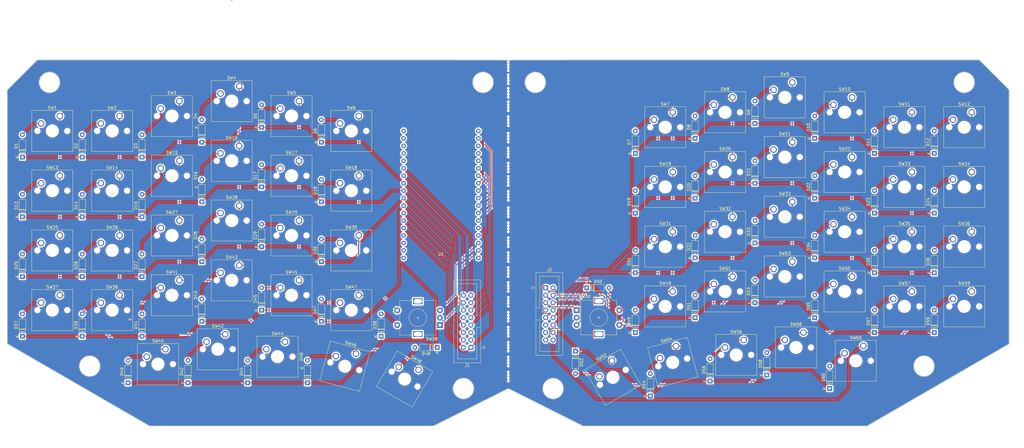
<source format=kicad_pcb>
(kicad_pcb (version 20221018) (generator pcbnew)
  (layers (0 "F.Cu" signal) (31 "B.Cu" signal) (34 "B.Paste" user) (35 "F.Paste" user) (36 "B.SilkS" user "B.Silkscreen") (37 "F.SilkS" user "F.Silkscreen") (38 "B.Mask" user) (39 "F.Mask" user) (44 "Edge.Cuts" user))
  (net 0 "")
  (net 1 "row0")
  (net 2 "Net-(D1-A)")
  (net 3 "Net-(D2-A)")
  (net 4 "Net-(D3-A)")
  (net 5 "Net-(D4-A)")
  (net 6 "Net-(D5-A)")
  (net 7 "Net-(D6-A)")
  (net 8 "row0connright")
  (net 9 "Net-(D7-A)")
  (net 10 "Net-(D8-A)")
  (net 11 "Net-(D9-A)")
  (net 12 "Net-(D10-A)")
  (net 13 "Net-(D11-A)")
  (net 14 "Net-(D12-A)")
  (net 15 "row1")
  (net 16 "Net-(D13-A)")
  (net 17 "Net-(D14-A)")
  (net 18 "Net-(D15-A)")
  (net 19 "Net-(D16-A)")
  (net 20 "Net-(D17-A)")
  (net 21 "Net-(D18-A)")
  (net 22 "row1connright")
  (net 23 "Net-(D19-A)")
  (net 24 "Net-(D20-A)")
  (net 25 "Net-(D21-A)")
  (net 26 "Net-(D22-A)")
  (net 27 "Net-(D23-A)")
  (net 28 "Net-(D24-A)")
  (net 29 "row2")
  (net 30 "Net-(D25-A)")
  (net 31 "Net-(D26-A)")
  (net 32 "Net-(D27-A)")
  (net 33 "Net-(D28-A)")
  (net 34 "Net-(D29-A)")
  (net 35 "Net-(D30-A)")
  (net 36 "row2connright")
  (net 37 "Net-(D31-A)")
  (net 38 "Net-(D32-A)")
  (net 39 "Net-(D33-A)")
  (net 40 "Net-(D34-A)")
  (net 41 "Net-(D35-A)")
  (net 42 "Net-(D36-A)")
  (net 43 "row3")
  (net 44 "Net-(D37-A)")
  (net 45 "row4")
  (net 46 "Rot1B")
  (net 47 "Net-(D39-A)")
  (net 48 "Net-(D40-A)")
  (net 49 "Net-(D41-A)")
  (net 50 "Net-(D42-A)")
  (net 51 "Net-(D43-A)")
  (net 52 "Net-(D44-A)")
  (net 53 "Net-(D45-A)")
  (net 54 "Net-(D46-A)")
  (net 55 "Net-(D47-A)")
  (net 56 "Net-(D48-A)")
  (net 57 "row3connright")
  (net 58 "Net-(D49-A)")
  (net 59 "row4connright")
  (net 60 "Rot2B")
  (net 61 "Net-(D51-A)")
  (net 62 "Net-(D52-A)")
  (net 63 "Net-(D53-A)")
  (net 64 "Net-(D54-A)")
  (net 65 "Net-(D55-A)")
  (net 66 "Net-(D56-A)")
  (net 67 "Net-(D57-A)")
  (net 68 "Net-(D58-A)")
  (net 69 "Net-(D59-A)")
  (net 70 "Net-(D60-A)")
  (net 71 "col6connleft")
  (net 72 "col7connleft")
  (net 73 "col8connleft")
  (net 74 "col9connleft")
  (net 75 "col10connleft")
  (net 76 "col11connleft")
  (net 77 "Rot2EncAConnLeft")
  (net 78 "Rot2A")
  (net 79 "col7connright")
  (net 80 "col8connright")
  (net 81 "col9connright")
  (net 82 "col10connright")
  (net 83 "col11connright")
  (net 84 "Rot2EncAConnRight")
  (net 85 "Rot2EncBConnRight")
  (net 86 "VCC")
  (net 87 "Rot1A")
  (net 88 "col1")
  (net 89 "col2")
  (net 90 "col3")
  (net 91 "col4")
  (net 92 "Rot1EncA")
  (net 93 "Rot1EncB")
  (net 101 "Rot2EncA")
  (net 102 "col0")
  (net 111 "GNDJump")
  (net 112 "GndMain")
  (footprint "Diode_THT:D_DO-35_SOD27_P7.62mm_Horizontal" (layer "F.Cu") (at 337.82 113.03 90)
    (fp_text reference "D59")
    (fp_text value "1N4148")
  )
  (footprint "Diode_THT:D_DO-35_SOD27_P7.62mm_Horizontal" (layer "F.Cu") (at 48.26 53.34 90)
    (fp_text reference "D2")
    (fp_text value "1N4148")
  )
  (footprint "Diode_THT:D_DO-35_SOD27_P7.62mm_Horizontal" (layer "F.Cu") (at 48.26 114.3 90)
    (fp_text reference "D39")
    (fp_text value "1N4148")
  )
  (footprint "MouseBites:mouse-bite-long" (layer "F.Cu") (at 190.5 52.281341 90)
    (fp_text reference "mouse-bite-5mm-slot" hide)
    (fp_text value "VAL**" hide)
  )
  (footprint "Button_Switch_Keyboard:SW_Cherry_MX_1.00u_PCB" (layer "F.Cu") (at 248.92 99.06)
    (fp_text reference "SW49")
    (fp_text value "SW_Push")
  )
  (footprint "Button_Switch_Keyboard:SW_Cherry_MX_1.00u_PCB" (layer "F.Cu") (at 350.52 58.42)
    (fp_text reference "SW24")
    (fp_text value "SW_Push")
  )
  (footprint "Button_Switch_Keyboard:SW_Cherry_MX_1.00u_PCB" (layer "F.Cu") (at 81.28 74.93)
    (fp_text reference "SW27")
    (fp_text value "SW_Push")
  )
  (footprint "MouseBites:mouse-bite-long" (layer "F.Cu") (at 190.5 128.481341 90)
    (fp_text reference "mouse-bite-5mm-slot" hide)
    (fp_text value "VAL**" hide)
  )
  (footprint "Button_Switch_Keyboard:SW_Cherry_MX_1.00u_PCB" (layer "F.Cu") (at 101.6 29.21)
    (fp_text reference "SW4")
    (fp_text value "SW_Push")
  )
  (footprint "Button_Switch_Keyboard:SW_Cherry_MX_1.00u_PCB" (layer "F.Cu") (at 309.88 73.66)
    (fp_text reference "SW34")
    (fp_text value "SW_Push")
  )
  (footprint "Button_Switch_Keyboard:SW_Cherry_MX_1.00u_PCB" (layer "F.Cu") (at 81.28 34.29)
    (fp_text reference "SW3")
    (fp_text value "SW_Push")
  )
  (footprint "Diode_THT:D_DO-35_SOD27_P7.62mm_Horizontal" (layer "F.Cu") (at 215.9 119.38 -90)
    (fp_text reference "D52")
    (fp_text value "1N4148")
  )
  (footprint "Button_Switch_Keyboard:SW_Cherry_MX_1.00u_PCB" (layer "F.Cu") (at 40.64 59.69)
    (fp_text reference "SW13")
    (fp_text value "SW_Push")
  )
  (footprint "Button_Switch_Keyboard:SW_Cherry_MX_1.00u_PCB" (layer "F.Cu") (at 60.96 80.01)
    (fp_text reference "SW26")
    (fp_text value "SW_Push")
  )
  (footprint "Button_Switch_Keyboard:SW_Cherry_MX_1.00u_PCB" (layer "F.Cu") (at 162.56 125.73 -30)
    (fp_text reference "SW48")
    (fp_text value "SW_Push")
  )
  (footprint "Diode_THT:D_DO-35_SOD27_P7.62mm_Horizontal" (layer "F.Cu") (at 337.82 52.07 90)
    (fp_text reference "D12")
    (fp_text value "1N4148")
  )
  (footprint "Diode_THT:D_DO-35_SOD27_P7.62mm_Horizontal" (layer "F.Cu") (at 280.874943 127.469595 90)
    (fp_text reference "D58")
    (fp_text value "1N4148")
  )
  (footprint "Button_Switch_Keyboard:SW_Cherry_MX_1.00u_PCB" (layer "F.Cu") (at 269.24 33.02)
    (fp_text reference "SW8")
    (fp_text value "SW_Push")
  )
  (footprint "Button_Switch_Keyboard:SW_Cherry_MX_1.00u_PCB" (layer "F.Cu") (at 330.2 38.1)
    (fp_text reference "SW11")
    (fp_text value "SW_Push")
  )
  (footprint "Connector_IDC:IDC-Header_2x08_P2.54mm_Vertical" (layer "F.Cu") (at 205.74 97.79)
    (fp_text reference "J2")
    (fp_text value "ConnRight")
  )
  (footprint "Diode_THT:D_DO-35_SOD27_P7.62mm_Horizontal" (layer "F.Cu") (at 149.86 114.3 90)
    (fp_text reference "D38")
    (fp_text value "1N4148")
  )
  (footprint "Button_Switch_Keyboard:SW_Cherry_MX_1.00u_PCB" (layer "F.Cu") (at 142.24 80.01)
    (fp_text reference "SW30")
    (fp_text value "SW_Push")
  )
  (footprint "Button_Switch_Keyboard:SW_Cherry_MX_1.00u_PCB" (layer "F.Cu") (at 269.24 53.34)
    (fp_text reference "SW20")
    (fp_text value "SW_Push")
  )
  (footprint "MouseBites:mouse-bite-long" (layer "F.Cu") (at 190.5 67.014796 90)
    (fp_text reference "mouse-bite-5mm-slot" hide)
    (fp_text value "VAL**" hide)
  )
  (footprint "Diode_THT:D_DO-35_SOD27_P7.62mm_Horizontal" (layer "F.Cu") (at 129.54 48.26 90)
    (fp_text reference "D6")
    (fp_text value "1N4148")
  )
  (footprint "Diode_THT:D_DO-35_SOD27_P7.62mm_Horizontal" (layer "F.Cu") (at 27.94 53.34 90)
    (fp_text reference "D1")
    (fp_text value "1N4148")
  )
  (footprint "MouseBites:mouse-bite-long" (layer "F.Cu") (at 190.5 87.841341 90)
    (fp_text reference "mouse-bite-5mm-slot" hide)
    (fp_text value "VAL**" hide)
  )
  (footprint "MouseBites:mouse-bite-long" (layer "F.Cu") (at 190.5 61.934796 90)
    (fp_text reference "mouse-bite-5mm-slot" hide)
    (fp_text value "VAL**" hide)
  )
  (footprint "Diode_THT:D_DO-35_SOD27_P7.62mm_Horizontal" (layer "F.Cu") (at 256.54 46.99 90)
    (fp_text reference "D8")
    (fp_text value "1N4148")
  )
  (footprint "Diode_THT:D_DO-35_SOD27_P7.62mm_Horizontal" (layer "F.Cu") (at 129.54 109.22 90)
    (fp_text reference "D47")
    (fp_text value "1N4148")
  )
  (footprint "Button_Switch_Keyboard:SW_Cherry_MX_1.00u_PCB" (layer "F.Cu") (at 350.52 78.74)
    (fp_text reference "SW36")
    (fp_text value "SW_Push")
  )
  (footprint "Button_Switch_Keyboard:SW_Cherry_MX_1.00u_PCB" (layer "F.Cu") (at 330.2 78.74)
    (fp_text reference "SW35")
    (fp_text value "SW_Push")
  )
  (footprint "MouseBites:mouse-bite-long" (layer "F.Cu") (at 190.5 103.081341 90)
    (fp_text reference "mouse-bite-5mm-slot" hide)
    (fp_text value "VAL**" hide)
  )
  (footprint "Button_Switch_Keyboard:SW_Cherry_MX_1.00u_PCB" (layer "F.Cu") (at 289.56 27.94)
    (fp_text reference "SW9")
    (fp_text value "SW_Push")
  )
  (footprint "Button_Switch_Keyboard:SW_Cherry_MX_1.00u_PCB" (layer "F.Cu") (at 309.88 93.98)
    (fp_text reference "SW55")
    (fp_text value "SW_Push")
  )
  (footprint "Diode_THT:D_DO-35_SOD27_P7.62mm_Horizontal" (layer "F.Cu") (at 84.160295 130.129409 90)
    (fp_text reference "D42")
    (fp_text value "1N4148")
  )
  (footprint "Button_Switch_Keyboard:SW_Cherry_MX_1.00u_PCB" (layer "F.Cu") (at 350.52 38.1)
    (fp_text reference "SW12")
    (fp_text value "SW_Push")
  )
  (footprint "Button_Switch_Keyboard:SW_Cherry_MX_1.00u_PCB" (layer "F.Cu") (at 289.56 48.26)
    (fp_text reference "SW21")
    (fp_text value "SW_Push")
  )
  (footprint "Button_Switch_Keyboard:SW_Cherry_MX_1.00u_PCB" (layer "F.Cu") (at 101.6 90.17)
    (fp_text reference "SW43")
    (fp_text value "SW_Push")
  )
  (footprint "Diode_THT:D_DO-35_SOD27_P7.62mm_Horizontal" (layer "F.Cu") (at 68.58 93.98 90)
    (fp_text reference "D27")
    (fp_text value "1N4148")
  )
  (footprint "Diode_THT:D_DO-35_SOD27_P7.62mm_Horizontal" (layer "F.Cu") (at 129.54 68.58 90)
    (fp_text reference "D18")
    (fp_text value "1N4148")
  )
  (footprint "Button_Switch_Keyboard:SW_Cherry_MX_1.00u_PCB" (layer "F.Cu") (at 309.88 53.34)
    (fp_text reference "SW22")
    (fp_text value "SW_Push")
  )
  (footprint "Diode_THT:D_DO-35_SOD27_P7.62mm_Horizontal" (layer "F.Cu") (at 48.26 93.98 90)
    (fp_text reference "D26")
    (fp_text value "1N4148")
  )
  (footprint "Button_Switch_Keyboard:SW_Cherry_MX_1.00u_PCB" (layer "F.Cu") (at 313.69 117.569583)
    (fp_text reference "SW60")
    (fp_text value "SW_Push")
  )
  (footprint "Button_Switch_Keyboard:SW_Cherry_MX_1.00u_PCB" (layer "F.Cu") (at 289.56 68.58)
    (fp_text reference "SW33")
    (fp_text value "SW_Push")
  )
  (footprint "Diode_THT:D_DO-35_SOD27_P7.62mm_Horizontal" (layer "F.Cu") (at 88.9 109.22 90)
    (fp_text reference "D43")
    (fp_text value "1N4148")
  )
  (footprint "Diode_THT:D_DO-35_SOD27_P7.62mm_Horizontal" (layer "F.Cu") (at 27.94 73.66 90)
    (fp_text reference "D13")
    (fp_text value "1N4148")
  )
  (footprint "MouseBites:mouse-bite-long" (layer "F.Cu") (at 190.5 22.86 90)
    (fp_text reference "mouse-bite-5mm-slot" hide)
    (fp_text value "VAL**" hide)
  )
  (footprint "Button_Switch_Keyboard:SW_Cherry_MX_1.00u_PCB" (layer "F.Cu") (at 121.92 95.25)
    (fp_text reference "SW45")
    (fp_text value "SW_Push")
  )
  (footprint "MouseBites:mouse-bite-long" (layer "F.Cu") (at 190.5 41.614796 90)
    (fp_text reference "mouse-bite-5mm-slot" hide)
    (fp_text value "VAL**" hide)
  )
  (footprint "MouseBites:mouse-bite-long" (layer "F.Cu") (at 190.5 123.401341 90)
    (fp_text reference "mouse-bite-5mm-slot" hide)
    (fp_text value "VAL**" hide)
  )
  (footprint "Button_Switch_Keyboard:SW_Cherry_MX_1.00u_PCB" (layer "F.Cu") (at 101.6 49.53)
    (fp_text reference "SW16")
    (fp_text value "SW_Push")
  )
  (footprint "Diode_THT:D_DO-35_SOD27_P7.62mm_Horizontal" (layer "F.Cu") (at 276.86 82.55 90)
    (fp_text reference "D33")
    (fp_text value "1N4148")
  )
  (footprint "Button_Switch_Keyboard:SW_Cherry_MX_1.00u_PCB" (layer "F.Cu") (at 101.6 69.85)
    (fp_text reference "SW28")
    (fp_text value "SW_Push")
  )
  (footprint "Button_Switch_Keyboard:SW_Cherry_MX_1.00u_PCB" (layer "F.Cu") (at 309.88 33.02)
    (fp_text reference "SW10")
    (fp_text value "SW_Push")
  )
  (footprint "Diode_THT:D_DO-35_SOD27_P7.62mm_Horizontal" (layer "F.Cu") (at 317.5 72.39 90)
    (fp_text reference "D23")
    (fp_text value "1N4148")
  )
  (footprint "Button_Switch_Keyboard:SW_Cherry_MX_1.00u_PCB" (layer "F.Cu") (at 273.05 115.57)
    (fp_text reference "SW56")
    (fp_text value "SW_Push")
  )
  (footprint "Button_Switch_Keyboard:SW_Cherry_MX_1.00u_PCB" (layer "F.Cu") (at 121.92 74.93)
    (fp_text reference "SW29")
    (fp_text value "SW_Push")
  )
  (footprint "Diode_THT:D_DO-35_SOD27_P7.62mm_Horizontal" (layer "F.Cu") (at 109.22 43.18 90)
    (fp_text reference "D5")
    (fp_text value "1N4148")
  )
  (footprint "Button_Switch_Keyboard:SW_Cherry_MX_1.00u_PCB" (layer "F.Cu") (at 248.92 58.42)
    (fp_text reference "SW19")
    (fp_text value "SW_Push")
  )
  (footprint "Button_Switch_Keyboard:SW_Cherry_MX_1.00u_PCB" (layer "F.Cu") (at 76.540295 118.699409)
    (fp_text reference "SW40")
    (fp_text value "SW_Push")
  )
  (footprint "Diode_THT:D_DO-35_SOD27_P7.62mm_Horizontal" (layer "F.Cu") (at 68.58 73.66 90)
    (fp_text reference "D15")
    (fp_text value "1N4148")
  )
  (footprint "Button_Switch_Keyboard:SW_Cherry_MX_1.00u_PCB" (layer "F.Cu") (at 121.92 34.29)
    (fp_text reference "SW5")
    (fp_text value "SW_Push")
  )
  (footprint "Button_Switch_Keyboard:SW_Cherry_MX_1.00u_PCB" (layer "F.Cu") (at 269.24 93.98)
    (fp_text reference "SW51")
    (fp_text value "SW_Push")
  )
  (footprint "MouseBites:mouse-bite-long" (layer "F.Cu") (at 190.5 113.241341 90)
    (fp_text reference "mouse-bite-5mm-slot" hide)
    (fp_text value "VAL**" hide)
  )
  (footprint "Rotary_Encoder:RotaryEncoder_Alps_EC11E-Switch_Vertical_H20mm" (layer "F.Cu") (at 169.81 110.49 180)
    (fp_text reference "SW38")
    (fp_text value "RotaryEncoder_Switch")
  )
  (footprint "Diode_THT:D_DO-35_SOD27_P7.62mm_Horizontal" (layer "F.Cu") (at 63.840295 130.129409 90)
    (fp_text reference "D40")
    (fp_text value "1N4148")
  )
  (footprint "Diode_THT:D_DO-35_SOD27_P7.62mm_Horizontal" (layer "F.Cu") (at 109.22 83.82 90)
    (fp_text reference "D29")
    (fp_text value "1N4148")
  )
  (footprint "Diode_THT:D_DO-35_SOD27_P7.62mm_Horizontal" (layer "F.Cu") (at 297.18 107.95 90)
    (fp_text reference "D55")
    (fp_text value "1N4148")
  )
  (footprint "Button_Switch_Keyboard:SW_Cherry_MX_1.00u_PCB" (layer "F.Cu") (at 289.56 88.9)
    (fp_text reference "SW53")
    (fp_text value "SW_Push")
  )
  (footprint "Diode_THT:D_DO-35_SOD27_P7.62mm_Horizontal" (layer "F.Cu") (at 104.480295 130.129409 90)
    (fp_text reference "D44")
    (fp_text value "1N4148")
  )
  (footprint "Connector_IDC:IDC-Header_2x08_P2.54mm_Vertical" (layer "F.Cu") (at 180.34 118.11 180)
    (fp_text reference "J1")
    (fp_text value "ConnLeft")
  )
  (footprint "Button_Switch_Keyboard:SW_Cherry_MX_1.00u_PCB" (layer "F.Cu") (at 248.92 38.1)
    (fp_text reference "SW7")
    (fp_text value "SW_Push")
  )
  (footprint "Diode_THT:D_DO-35_SOD27_P7.62mm_Horizontal" (layer "F.Cu") (at 317.5 52.07 90)
    (fp_text reference "D11")
    (fp_text value "1N4148")
  )
  (footprint "Diode_THT:D_DO-35_SOD27_P7.62mm_Horizontal" (layer "F.Cu") (at 88.9 68.58 90)
    (fp_text reference "D16")
    (fp_text value "1N4148")
  )
  (footprint "Button_Switch_Keyboard:SW_Cherry_MX_1.00u_PCB" (layer "F.Cu") (at 81.28 54.61)
    (fp_text reference "SW15")
    (fp_text value "SW_Push")
  )
  (footprint "Diode_THT:D_DO-35_SOD27_P7.62mm_Horizontal" (layer "F.Cu") (at 48.26 73.66 90)
    (fp_text reference "D14")
    (fp_text value "1N4148")
  )
  (footprint "Button_Switch_Keyboard:SW_Cherry_MX_1.00u_PCB" (layer "F.Cu") (at 40.64 100.33)
    (fp_text reference "SW37")
    (fp_text value "SW_Push")
  )
  (footprint "Button_Switch_Keyboard:SW_Cherry_MX_1.00u_PCB" (layer "F.Cu") (at 60.96 59.69)
    (fp_text reference "SW14")
    (fp_text value "SW_Push")
  )
  (footprint "Button_Switch_Keyboard:SW_Cherry_MX_1.00u_PCB" (layer "F.Cu") (at 330.2 99.06)
    (fp_text reference "SW57")
    (fp_text value "SW_Push")
  )
  (footprint "Diode_THT:D_DO-35_SOD27_P7.62mm_Horizontal" (layer "F.Cu") (at 27.94 114.3 90)
    (fp_text reference "D37")
    (fp_text value "1N4148")
  )
  (footprint "Button_Switch_Keyboard:SW_Cherry_MX_1.00u_PCB" (layer "F.Cu") (at 142.24 100.33)
    (fp_text reference "SW47")
    (fp_text value "SW_Push")
  )
  (footprint "Diode_THT:D_DO-35_SOD27_P7.62mm_Horizontal" (layer "F.Cu") (at 297.18 87.63 90)
    (fp_text reference "D34")
    (fp_text value "1N4148")
  )
  (footprint "Rotary_Encoder:RotaryEncoder_Alps_EC11E-Switch_Vertical_H20mm" (layer "F.Cu") (at 216.27 105.45)
    (fp_text reference "SW50")
    (fp_text value "RotaryEncoder_Switch")
  )
  (footprint "Diode_THT:D_DO-35_SOD27_P7.62mm_Horizontal" (layer "F.Cu") (at 236.22 92.71 90)
    (fp_text reference "D31")
    (fp_text value "1N4148")
  )
  (footprint "Diode_THT:D_DO-35_SOD27_P7.62mm_Horizontal" (layer "F.Cu") (at 88.9 48.26 90)
    (fp_text reference "D4")
    (fp_text value "1N4148")
  )
  (footprint "Diode_THT:D_DO-35_SOD27_P7.62mm_Horizontal" (layer "F.Cu") (at 68.58 53.34 90)
    (fp_text reference "D3")
    (fp_text value "1N4148")
  )
  (footprint "Diode_THT:D_DO-35_SOD27_P7.62mm_Horizontal" (layer "F.Cu") (at 297.18 46.99 90)
    (fp_text reference "D10")
    (fp_text value "1N4148")
  )
  (footprint "MouseBites:mouse-bite-long" (layer "F.Cu") (at 190.5 92.921341 90)
    (fp_text reference "mouse-bite-5mm-slot" hide)
    (fp_text value "VAL**" hide)
  )
  (footprint "Button_Switch_Keyboard:SW_Cherry_MX_1.00u_PCB" (layer "F.Cu") (at 142.24 39.37)
    (fp_text reference "SW6")
    (fp_text value "SW_Push")
  )
  (footprint "Button_Switch_Keyboard:SW_Cherry_MX_1.00u_PCB" (layer "F.Cu") (at 96.860295 113.619409)
    (fp_text reference "SW42")
    (fp_text value "SW_Push")
  )
  (footprint "Button_Switch_Keyboard:SW_Cherry_MX_1.00u_PCB" (layer "F.Cu") (at 60.96 100.33)
    (fp_text reference "SW39")
    (fp_text value "SW_Push")
  )
  (footprint "Diode_THT:D_DO-35_SOD27_P7.62mm_Horizontal" (layer "F.Cu") (at 337.82 72.39 90)
    (fp_text reference "D24")
    (fp_text value "1N4148")
  )
  (footprint "Button_Switch_Keyboard:SW_Cherry_MX_1.00u_PCB" (layer "F.Cu") (at 121.92 54.61)
    (fp_text reference "SW17")
    (fp_text value "SW_Push")
  )
  (footprint "MouseBites:mouse-bite-long" (layer "F.Cu") (at 190.5 27.342719 90)
    (fp_text reference "mouse-bite-5mm-slot" hide)
    (fp_text value "VAL**" hide)
  )
  (footprint "MouseBites:mouse-bite-long" (layer "F.Cu") (at 190.5 72.601341 90)
    (fp_text reference "mouse-bite-5mm-slot" hide)
    (fp_text value "VAL**" hide)
  )
  (footprint "Diode_THT:D_DO-35_SOD27_P7.62mm_Horizontal" (layer "F.Cu") (at 297.18 67.31 90)
    (fp_text reference "D22")
    (fp_text value "1N4148")
  )
  (footprint "Button_Switch_Keyboard:SW_Cherry_MX_1.00u_PCB" (layer "F.Cu") (at 250.058651 117.625696 15)
    (fp_text reference "SW54")
    (fp_text value "SW_Push")
  )
  (footprint "MouseBites:mouse-bite-long" (layer "F.Cu") (at 190.5 108.161341 90)
    (fp_text reference "mouse-bite-5mm-slot" hide)
    (fp_text value "VAL**" hide)
  )
  (footprint "Button_Switch_Keyboard:SW_Cherry_MX_1.00u_PCB" (layer "F.Cu") (at 350.52 99.06)
    (fp_text reference "SW59")
    (fp_text value "SW_Push")
  )
  (footprint "Diode_THT:D_DO-35_SOD27_P7.62mm_Horizontal" (layer "F.Cu") (at 276.86 102.87 90)
    (fp_text reference "D53")
    (fp_text value "1N4148")
  )
  (footprint "Button_Switch_Keyboard:SW_Cherry_MX_1.00u_PCB" (layer "F.Cu") (at 117.180295 116.159409)
    (fp_text reference "SW44")
    (fp_text value "SW_Push")
  )
  (footprint "Button_Switch_Keyboard:SW_Cherry_MX_1.00u_PCB" (layer "F.Cu") (at 40.64 39.37)
    (fp_text reference "SW1")
    (fp_text value "SW_Push")
  )
  (footprint "ESP32Devkit:ESP32-DOIT-DEVKIT" (layer "F.Cu") (at 170.18 90.17 180)
    (fp_text reference "U1")
    (fp_text value "DOIT-ESP32-DEVKIT-V1")
  )
  (footprint "Diode_THT:D_DO-35_SOD27_P7.62mm_Horizontal" (layer "F.Cu") (at 317.5 113.03 90)
    (fp_text reference "D57")
    (fp_text value "1N4148")
  )
  (footprint "Diode_THT:D_DO-35_SOD27_P7.62mm_Horizontal" (layer "F.Cu") (at 276.86 62.23 90)
    (fp_text reference "D21")
    (fp_text value "1N4148")
  )
  (footprint "Diode_THT:D_DO-35_SOD27_P7.62mm_Horizontal" (layer "F.Cu") (at 109.22 105.41 90)
    (fp_text reference "D45")
    (fp_text value "1N4148")
  )
  (footprint "Diode_THT:D_DO-35_SOD27_P7.62mm_Horizontal" (layer "F.Cu") (at 124.800295 130.129409 90)
    (fp_text reference "D46")
    (fp_text value "1N4148")
  )
  (footprint "Diode_THT:D_DO-35_SOD27_P7.62mm_Horizontal" (layer "F.Cu") (at 302.26 132.08 90)
    (fp_text reference "D60")
    (fp_text value "1N4148")
  )
  (footprint "Button_Switch_Keyboard:SW_Cherry_MX_1.00u_PCB" (layer "F.Cu") (at 248.92 78.74)
    (fp_text reference "SW31")
    (fp_text value "SW_Push")
  )
  (footprint "MouseBites:mouse-bite-long" (layer "F.Cu") (at 190.5 98.001341 90)
    (fp_text reference "mouse-bite-5mm-slot" hide)
    (fp_text value "VAL**" hide)
  )
  (footprint "Button_Switch_Keyboard:SW_Cherry_MX_1.00u_PCB" (layer "F.Cu") (at 141.268547 120.255298 -15)
    (fp_text reference "SW46")
    (fp_text value "SW_Push")
  )
  (footprint "MouseBites:mouse-bite-long" (layer "F.Cu") (at 190.5 36.534796 90)
    (fp_text reference "mouse-bite-5mm-slot" hide)
    (fp_text value "VAL**" hide)
  )
  (footprint "Button_Switch_Keyboard:SW_Cherry_MX_1.00u_PCB" (layer "F.Cu") (at 330.2 58.42)
    (fp_text reference "SW23")
    (fp_text value "SW_Push")
  )
  (footprint "MouseBites:mouse-bite-long" (layer "F.Cu") (at 190.5 118.321341 90)
    (fp_text reference "mouse-bite-5mm-slot" hide)
    (fp_text value "VAL**" hide)
  )
  (footprint "Diode_THT:D_DO-35_SOD27_P7.62mm_Horizontal" (layer "F.Cu") (at 219.71 97.79)
    (fp_text reference "D50")
    (fp_text value "1N4148")
  )
  (footprint "Diode_THT:D_DO-35_SOD27_P7.62mm_Horizontal" (layer "F.Cu") (at 68.58 114.3 90)
    (fp_text reference "D41")
    (fp_text value "1N4148")
  )
  (footprint "Button_Switch_Keyboard:SW_Cherry_MX_1.00u_PCB" (layer "F.Cu") (at 142.24 59.69)
    (fp_text reference "SW18")
    (fp_text value "SW_Push")
  )
  (footprint "Button_Switch_Keyboard:SW_Cherry_MX_1.00u_PCB" (layer "F.Cu") (at 60.96 39.37)
    (fp_text reference "SW2")
    (fp_text value "SW_Push")
  )
  (footprint "Diode_THT:D_DO-35_SOD27_P7.62mm_Horizontal" (layer "F.Cu") (at 256.54 107.95 90)
    (fp_text reference "D51")
    (fp_text value "1N4148")
  )
  (footprint "Diode_THT:D_DO-35_SOD27_P7.62mm_Horizontal" (layer "F.Cu") (at 276.86 41.91 90)
    (fp_text reference "D9")
    (fp_text value "1N4148")
  )
  (footprint "MouseBites:mouse-bite-long" (layer "F.Cu") (at 190.5 47.201341 90)
    (fp_text reference "mouse-bite-5mm-slot" hide)
    (fp_text value "VAL**" hide)
  )
  (footprint "Diode_THT:D_DO-35_SOD27_P7.62mm_Horizontal" (layer "F.Cu") (at 168.91 118.11 180)
    (fp_text reference "D48")
    (fp_text value "1N4148")
  )
  (footprint "Diode_THT:D_DO-35_SOD27_P7.62mm_Horizontal" (layer "F.Cu") (at 236.22 52.07 90)
    (fp_text reference "D7")
    (fp_text value "1N4148")
  )
  (footprint "Diode_THT:D_DO-35_SOD27_P7.62mm_Horizontal" (layer "F.Cu") (at 337.82 92.71 90)
    (fp_text reference "D36")
    (fp_text value "1N4148")
  )
  (footprint "Button_Switch_Keyboard:SW_Cherry_MX_1.00u_PCB" (layer "F.Cu") (at 293.37 113.03)
    (fp_text reference "SW58")
    (fp_text value "SW_Push")
  )
  (footprint "Diode_THT:D_DO-35_SOD27_P7.62mm_Horizontal" (layer "F.Cu") (at 236.22 72.39 90)
    (fp_text reference "D19")
    (fp_text value "1N4148")
  )
  (footprint "MouseBites:mouse-bite-long" (layer "F.Cu") (at 190.5 31.961341 90)
    (fp_text reference "mouse-bite-5mm-slot" hide)
    (fp_text value "VAL**" hide)
  )
  (footprint "Diode_THT:D_DO-35_SOD27_P7.62mm_Horizontal" (layer "F.Cu") (at 241.3 134.62 90)
    (fp_text reference "D54")
    (fp_text value "1N4148")
  )
  (footprint "Diode_THT:D_DO-35_SOD27_P7.62mm_Horizontal" (layer "F.Cu") (at 109.22 63.5 90)
    (fp_text reference "D17")
    (fp_text value "1N4148")
  )
  (footprint "Button_Switch_Keyboard:SW_Cherry_MX_1.00u_PCB" (layer "F.Cu") (at 228.259705 122.600591 30)
    (fp_text reference "SW52")
    (fp_text value "SW_Push")
  )
  (footprint "Diode_THT:D_DO-35_SOD27_P7.62mm_Horizontal" (layer "F.Cu") (at 236.22 113.03 90)
    (fp_text reference "D49")
    (fp_text value "1N4148")
  )
  (footprint "Diode_THT:D_DO-35_SOD27_P7.62mm_Horizontal" (layer "F.Cu") (at 129.54 88.9 90)
    (fp_text reference "D30")
    (fp_text value "1N4148")
  )
  (footprint "MouseBites:mouse-bite-long" (layer "F.Cu") (at 190.5 82.761341 90)
    (fp_text reference "mouse-bite-5mm-slot" hide)
    (fp_text value "VAL**" hide)
  )
  (footprint "Diode_THT:D_DO-35_SOD27_P7.62mm_Horizontal" (layer "F.Cu") (at 256.54 67.31 90)
    (fp_text reference "D20")
    (fp_text value "1N4148")
  )
  (footprint "Button_Switch_Keyboard:SW_Cherry_MX_1.00u_PCB" (layer "F.Cu") (at 40.64 80.01)
    (fp_text reference "SW25")
    (fp_text value "SW_Push")
  )
  (footprint "Diode_THT:D_DO-35_SOD27_P7.62mm_Horizontal" (layer "F.Cu") (at 88.9 88.9 90)
    (fp_text reference "D28")
    (fp_text value "1N4148")
  )
  (footprint "Button_Switch_Keyboard:SW_Cherry_MX_1.00u_PCB" (layer "F.Cu") (at 81.28 95.25)
    (fp_text reference "SW41")
    (fp_text value "SW_Push")
  )
  (footprint "MouseBites:mouse-bite-long" (layer "F.Cu") (at 190.5 77.681341 90)
    (fp_text reference "mouse-bite-5mm-slot" hide)
    (fp_text value "VAL**" hide)
  )
  (footprint "Diode_THT:D_DO-35_SOD27_P7.62mm_Horizontal" (layer "F.Cu") (at 27.94 93.98 90)
    (fp_text reference "D25")
    (fp_text value "1N4148")
  )
  (footprint "Diode_THT:D_DO-35_SOD27_P7.62mm_Horizontal" (layer "F.Cu") (at 261.62 129.54 90)
    (fp_text reference "D56")
    (fp_text value "1N4148")
  )
  (footprint "Button_Switch_Keyboard:SW_Cherry_MX_1.00u_PCB" (layer "F.Cu") (at 269.24 73.66)
    (fp_text reference "SW32")
    (fp_text value "SW_Push")
  )
  (footprint "Diode_THT:D_DO-35_SOD27_P7.62mm_Horizontal" (layer "F.Cu") (at 256.54 87.63 90)
    (fp_text reference "D32")
    (fp_text value "1N4148")
  )
  (footprint "Diode_THT:D_DO-35_SOD27_P7.62mm_Horizontal" (layer "F.Cu") (at 317.5 92.71 90)
    (fp_text reference "D35")
    (fp_text value "1N4148")
  )
  (footprint "MouseBites:mouse-bite-long" (layer "F.Cu") (at 190.5 57.361341 90)
    (fp_text reference "mouse-bite-5mm-slot" hide)
    (fp_text value "VAL**" hide)
  )
  (gr_circle (center 99.06 0) (end 99.06 0) (stroke (width 0.2)) (fill none) (layer "B.Cu"))
  (gr_circle (center 208.28 132.08) (end 211.78 132.08) (stroke (width 0.2)) (fill none) (layer "Edge.Cuts"))
  (gr_circle (center 184.46 27.94) (end 187.96 27.94) (stroke (width 0.2)) (fill none) (layer "Edge.Cuts"))
  (gr_circle (center 177.8 132.08) (end 181.3 132.08) (stroke (width 0.2)) (fill none) (layer "Edge.Cuts"))
  (gr_circle (center 202.24 27.94) (end 205.74 27.94) (stroke (width 0.2)) (fill none) (layer "Edge.Cuts"))
  (gr_circle (center 37.14 27.94) (end 40.64 27.94) (stroke (width 0.2)) (fill none) (layer "Edge.Cuts"))
  (gr_poly (pts (xy 175.26 20.27) (xy 175.295355 20.284645) (xy 193.042278 20.32) (xy 213.327074 20.282371) (xy 213.343747 20.276732) (xy 213.36 20.27) (xy 353.06 20.27) (xy 353.095355 20.284645) (xy 363.255355 30.444645) (xy 363.27 30.48) (xy 363.27 116.84) (xy 363.267425 116.846215) (xy 363.268311 116.852883) (xy 363.260361 116.863269) (xy 363.255355 116.875355) (xy 363.24914 116.877929) (xy 363.245052 116.883271) (xy 314.985052 144.823271) (xy 314.972086 144.824993) (xy 314.96 144.83) (xy 218.44 144.83) (xy 218.414999 144.819644) (xy 218.404644 144.815355) (xy 193.04 132.08) (xy 167.675355 144.815355) (xy 167.64 144.83) (xy 71.12 144.83) (xy 71.107913 144.824993) (xy 71.094948 144.823271) (xy 22.834948 116.883271) (xy 22.830859 116.877929) (xy 22.824645 116.875355) (xy 22.819638 116.863269) (xy 22.811689 116.852883) (xy 22.812574 116.846215) (xy 22.81 116.84) (xy 22.81 30.48) (xy 22.824645 30.444645) (xy 32.984645 20.284645) (xy 33.02 20.27)) (stroke (width 0.2)) (fill none) (layer "Edge.Cuts"))
  (gr_circle (center 50.8 124.46) (end 54.3 124.46) (stroke (width 0.2)) (fill none) (layer "Edge.Cuts"))
  (gr_circle (center 334.32 124.46) (end 330.82 124.46) (stroke (width 0.2)) (fill none) (layer "Edge.Cuts"))
  (gr_circle (center 347.98 27.94) (end 344.48 27.94) (stroke (width 0.2)) (fill none) (layer "Edge.Cuts"))
  (segment (start 129.54 48.26) (end 143.51 48.26) (width 0.25) (layer "B.Cu") (net 1))
  (segment (start 88.9 48.26) (end 97.79 48.26) (width 0.25) (layer "B.Cu") (net 1))
  (segment (start 68.58 53.34) (end 74.93 53.34) (width 0.25) (layer "B.Cu") (net 1))
  (segment (start 80.01 48.26) (end 88.9 48.26) (width 0.25) (layer "B.Cu") (net 1))
  (segment (start 143.51 48.26) (end 157.48 62.23) (width 0.25) (layer "B.Cu") (net 1))
  (segment (start 97.79 48.26) (end 102.87 43.18) (width 0.25) (layer "B.Cu") (net 1))
  (segment (start 109.22 43.18) (end 124.46 43.18) (width 0.25) (layer "B.Cu") (net 1))
  (segment (start 175.26 80.01) (end 157.48 62.23) (width 0.25) (layer "B.Cu") (net 1))
  (segment (start 27.94 53.34) (end 68.58 53.34) (width 0.25) (layer "B.Cu") (net 1))
  (segment (start 102.87 43.18) (end 109.22 43.18) (width 0.25) (layer "B.Cu") (net 1))
  (segment (start 175.26 100.33) (end 175.26 80.01) (width 0.25) (layer "B.Cu") (net 1))
  (segment (start 124.46 43.18) (end 129.54 48.26) (width 0.25) (layer "B.Cu") (net 1))
  (segment (start 177.8 102.87) (end 175.26 100.33) (width 0.25) (layer "B.Cu") (net 1))
  (segment (start 74.93 53.34) (end 80.01 48.26) (width 0.25) (layer "B.Cu") (net 1))
  (segment (start 31.75 41.91) (end 27.94 45.72) (width 0.25) (layer "B.Cu") (net 2))
  (segment (start 34.29 41.91) (end 31.75 41.91) (width 0.25) (layer "B.Cu") (net 2))
  (segment (start 52.07 41.91) (end 48.26 45.72) (width 0.25) (layer "B.Cu") (net 3))
  (segment (start 54.61 41.91) (end 52.07 41.91) (width 0.25) (layer "B.Cu") (net 3))
  (segment (start 69.042412 45.72) (end 68.58 45.72) (width 0.25) (layer "B.Cu") (net 4))
  (segment (start 74.93 36.83) (end 74.93 39.832412) (width 0.25) (layer "B.Cu") (net 4))
  (segment (start 74.93 39.832412) (end 69.042412 45.72) (width 0.25) (layer "B.Cu") (net 4))
  (segment (start 95.25 31.75) (end 93.694366 31.75) (width 0.25) (layer "B.Cu") (net 5))
  (segment (start 88.9 36.544366) (end 88.9 40.64) (width 0.25) (layer "B.Cu") (net 5))
  (segment (start 93.694366 31.75) (end 88.9 36.544366) (width 0.25) (layer "B.Cu") (net 5))
  (segment (start 110.49 36.83) (end 109.22 35.56) (width 0.25) (layer "B.Cu") (net 6))
  (segment (start 115.57 36.83) (end 110.49 36.83) (width 0.25) (layer "B.Cu") (net 6))
  (segment (start 129.54 40.64) (end 134.62 40.64) (width 0.25) (layer "B.Cu") (net 7))
  (segment (start 134.62 40.64) (end 135.89 41.91) (width 0.25) (layer "B.Cu") (net 7))
  (segment (start 276.86 41.91) (end 261.62 41.91) (width 0.25) (layer "B.Cu") (net 8))
  (segment (start 235.095 53.195) (end 236.22 52.07) (width 0.25) (layer "B.Cu") (net 8))
  (segment (start 241.3 46.99) (end 236.22 52.07) (width 0.25) (layer "B.Cu") (net 8))
  (segment (start 312.42 46.99) (end 317.5 52.07) (width 0.25) (layer "B.Cu") (net 8))
  (segment (start 256.54 46.99) (end 241.3 46.99) (width 0.25) (layer "B.Cu") (net 8))
  (segment (start 276.86 41.91) (end 292.1 41.91) (width 0.25) (layer "B.Cu") (net 8))
  (segment (start 235.095 83.675) (end 235.095 53.195) (width 0.25) (layer "B.Cu") (net 8))
  (segment (start 292.1 41.91) (end 297.18 46.99) (width 0.25) (layer "B.Cu") (net 8))
  (segment (start 208.28 100.33) (end 212.087208 100.33) (width 0.25) (layer "B.Cu") (net 8))
  (segment (start 297.18 46.99) (end 312.42 46.99) (width 0.25) (layer "B.Cu") (net 8))
  (segment (start 226.96 91.81) (end 235.095 83.675) (width 0.25) (layer "B.Cu") (net 8))
  (segment (start 212.087208 100.33) (end 220.607208 91.81) (width 0.25) (layer "B.Cu") (net 8))
  (segment (start 337.82 52.07) (end 317.5 52.07) (width 0.25) (layer "B.Cu") (net 8))
  (segment (start 261.62 41.91) (end 256.54 46.99) (width 0.25) (layer "B.Cu") (net 8))
  (segment (start 220.607208 91.81) (end 226.96 91.81) (width 0.25) (layer "B.Cu") (net 8))
  (segment (start 240.03 40.64) (end 242.57 40.64) (width 0.25) (layer "B.Cu") (net 9))
  (segment (start 236.22 44.45) (end 240.03 40.64) (width 0.25) (layer "B.Cu") (net 9))
  (segment (start 260.35 35.56) (end 262.89 35.56) (width 0.25) (layer "B.Cu") (net 10))
  (segment (start 256.54 39.37) (end 260.35 35.56) (width 0.25) (layer "B.Cu") (net 10))
  (segment (start 280.67 30.48) (end 283.21 30.48) (width 0.25) (layer "B.Cu") (net 11))
  (segment (start 276.86 34.29) (end 280.67 30.48) (width 0.25) (layer "B.Cu") (net 11))
  (segment (start 297.18 39.37) (end 300.99 35.56) (width 0.25) (layer "B.Cu") (net 12))
  (segment (start 300.99 35.56) (end 303.53 35.56) (width 0.25) (layer "B.Cu") (net 12))
  (segment (start 317.5 44.45) (end 321.31 40.64) (width 0.25) (layer "B.Cu") (net 13))
  (segment (start 321.31 40.64) (end 323.85 40.64) (width 0.25) (layer "B.Cu") (net 13))
  (segment (start 341.63 40.64) (end 337.82 44.45) (width 0.25) (layer "B.Cu") (net 14))
  (segment (start 344.17 40.64) (end 341.63 40.64) (width 0.25) (layer "B.Cu") (net 14))
  (segment (start 174.81 82.1) (end 157.48 64.77) (width 0.25) (layer "B.Cu") (net 15))
  (segment (start 124.46 63.5) (end 129.54 68.58) (width 0.25) (layer "B.Cu") (net 15))
  (segment (start 177.8 104.045) (end 177.313299 104.045) (width 0.25) (layer "B.Cu") (net 15))
  (segment (start 177.313299 104.045) (end 174.81 101.541701) (width 0.25) (layer "B.Cu") (net 15))
  (segment (start 93.98 63.5) (end 109.22 63.5) (width 0.25) (layer "B.Cu") (net 15))
  (segment (start 88.9 68.58) (end 93.98 63.5) (width 0.25) (layer "B.Cu") (net 15))
  (segment (start 129.54 68.58) (end 149.592749 68.58) (width 0.25) (layer "B.Cu") (net 15))
  (segment (start 153.402749 64.77) (end 157.48 64.77) (width 0.25) (layer "B.Cu") (net 15))
  (segment (start 149.592749 68.58) (end 153.402749 64.77) (width 0.25) (layer "B.Cu") (net 15))
  (segment (start 177.8 105.41) (end 177.8 104.045) (width 0.25) (layer "B.Cu") (net 15))
  (segment (start 48.26 73.66) (end 68.58 73.66) (width 0.25) (layer "B.Cu") (net 15))
  (segment (start 73.66 68.58) (end 88.9 68.58) (width 0.25) (layer "B.Cu") (net 15))
  (segment (start 27.94 73.66) (end 48.26 73.66) (width 0.25) (layer "B.Cu") (net 15))
  (segment (start 174.81 101.541701) (end 174.81 82.1) (width 0.25) (layer "B.Cu") (net 15))
  (segment (start 68.58 73.66) (end 73.66 68.58) (width 0.25) (layer "B.Cu") (net 15))
  (segment (start 109.22 63.5) (end 124.46 63.5) (width 0.25) (layer "B.Cu") (net 15))
  (segment (start 31.75 62.23) (end 27.94 66.04) (width 0.25) (layer "B.Cu") (net 16))
  (segment (start 34.29 62.23) (end 31.75 62.23) (width 0.25) (layer "B.Cu") (net 16))
  (segment (start 52.07 62.23) (end 48.26 66.04) (width 0.25) (layer "B.Cu") (net 17))
  (segment (start 54.61 62.23) (end 52.07 62.23) (width 0.25) (layer "B.Cu") (net 17))
  (segment (start 74.93 57.15) (end 74.93 60.96) (width 0.25) (layer "B.Cu") (net 18))
  (segment (start 74.93 60.96) (end 69.85 66.04) (width 0.25) (layer "B.Cu") (net 18))
  (segment (start 69.85 66.04) (end 68.58 66.04) (width 0.25) (layer "B.Cu") (net 18))
  (segment (start 95.25 52.07) (end 93.694366 52.07) (width 0.25) (layer "B.Cu") (net 19))
  (segment (start 88.9 56.864366) (end 88.9 60.96) (width 0.25) (layer "B.Cu") (net 19))
  (segment (start 93.694366 52.07) (end 88.9 56.864366) (width 0.25) (layer "B.Cu") (net 19))
  (segment (start 115.57 57.15) (end 110.49 57.15) (width 0.25) (layer "B.Cu") (net 20))
  (segment (start 110.49 57.15) (end 109.22 55.88) (width 0.25) (layer "B.Cu") (net 20))
  (segment (start 130.81 62.23) (end 129.54 60.96) (width 0.25) (layer "B.Cu") (net 21))
  (segment (start 135.89 62.23) (end 130.81 62.23) (width 0.25) (layer "B.Cu") (net 21))
  (segment (start 220.793604 92.26) (end 229.05 92.26) (width 0.25) (layer "B.Cu") (net 22))
  (segment (start 236.22 83.499009) (end 236.22 72.39) (width 0.25) (layer "B.Cu") (net 22))
  (segment (start 256.54 67.31) (end 241.3 67.31) (width 0.25) (layer "B.Cu") (net 22))
  (segment (start 312.42 67.31) (end 297.18 67.31) (width 0.25) (layer "B.Cu") (net 22))
  (segment (start 241.3 67.31) (end 236.22 72.39) (width 0.25) (layer "B.Cu") (net 22))
  (segment (start 235.095 84.624009) (end 236.22 83.499009) (width 0.25) (layer "B.Cu") (net 22))
  (segment (start 276.86 62.23) (end 261.62 62.23) (width 0.25) (layer "B.Cu") (net 22))
  (segment (start 292.1 62.23) (end 276.86 62.23) (width 0.25) (layer "B.Cu") (net 22))
  (segment (start 297.18 67.31) (end 292.1 62.23) (width 0.25) (layer "B.Cu") (net 22))
  (segment (start 210.183604 102.87) (end 220.793604 92.26) (width 0.25) (layer "B.Cu") (net 22))
  (segment (start 261.62 62.23) (end 256.54 67.31) (width 0.25) (layer "B.Cu") (net 22))
  (segment (start 337.82 72.39) (end 317.5 72.39) (width 0.25) (layer "B.Cu") (net 22))
  (segment (start 235.095 86.215) (end 235.095 84.624009) (width 0.25) (layer "B.Cu") (net 22))
  (segment (start 208.28 102.87) (end 210.183604 102.87) (width 0.25) (layer "B.Cu") (net 22))
  (segment (start 317.5 72.39) (end 312.42 67.31) (width 0.25) (layer "B.Cu") (net 22))
  (segment (start 229.05 92.26) (end 235.095 86.215) (width 0.25) (layer "B.Cu") (net 22))
  (segment (start 242.57 60.96) (end 240.03 60.96) (width 0.25) (layer "B.Cu") (net 23))
  (segment (start 240.03 60.96) (end 236.22 64.77) (width 0.25) (layer "B.Cu") (net 23))
  (segment (start 256.54 59.69) (end 260.35 55.88) (width 0.25) (layer "B.Cu") (net 24))
  (segment (start 260.35 55.88) (end 262.89 55.88) (width 0.25) (layer "B.Cu") (net 24))
  (segment (start 276.86 54.61) (end 280.67 50.8) (width 0.25) (layer "B.Cu") (net 25))
  (segment (start 280.67 50.8) (end 283.21 50.8) (width 0.25) (layer "B.Cu") (net 25))
  (segment (start 300.99 55.88) (end 303.53 55.88) (width 0.25) (layer "B.Cu") (net 26))
  (segment (start 297.18 59.69) (end 300.99 55.88) (width 0.25) (layer "B.Cu") (net 26))
  (segment (start 317.5 64.77) (end 321.31 60.96) (width 0.25) (layer "B.Cu") (net 27))
  (segment (start 321.31 60.96) (end 323.85 60.96) (width 0.25) (layer "B.Cu") (net 27))
  (segment (start 341.63 60.96) (end 344.17 60.96) (width 0.25) (layer "B.Cu") (net 28))
  (segment (start 337.82 64.77) (end 341.63 60.96) (width 0.25) (layer "B.Cu") (net 28))
  (segment (start 124.46 83.82) (end 129.54 88.9) (width 0.25) (layer "B.Cu") (net 29))
  (segment (start 93.98 83.82) (end 109.22 83.82) (width 0.25) (layer "B.Cu") (net 29))
  (segment (start 142.075 86.073757) (end 142.075 82.715) (width 0.25) (layer "B.Cu") (net 29))
  (segment (start 68.58 93.98) (end 73.66 88.9) (width 0.25) (layer "B.Cu") (net 29))
  (segment (start 88.9 88.9) (end 93.98 83.82) (width 0.25) (layer "B.Cu") (net 29))
  (segment (start 73.66 88.9) (end 88.9 88.9) (width 0.25) (layer "B.Cu") (net 29))
  (segment (start 177.8 107.95) (end 176.262749 107.95) (width 0.25) (layer "B.Cu") (net 29))
  (segment (start 129.54 88.9) (end 139.248757 88.9) (width 0.25) (layer "B.Cu") (net 29))
  (segment (start 176.262749 107.95) (end 174.36 106.047251) (width 0.25) (layer "B.Cu") (net 29))
  (segment (start 139.248757 88.9) (end 142.075 86.073757) (width 0.25) (layer "B.Cu") (net 29))
  (segment (start 174.36 84.19) (end 157.48 67.31) (width 0.25) (layer "B.Cu") (net 29))
  (segment (start 27.94 93.98) (end 68.58 93.98) (width 0.25) (layer "B.Cu") (net 29))
  (segment (start 109.22 83.82) (end 124.46 83.82) (width 0.25) (layer "B.Cu") (net 29))
  (segment (start 142.075 82.715) (end 157.48 67.31) (width 0.25) (layer "B.Cu") (net 29))
  (segment (start 174.36 106.047251) (end 174.36 84.19) (width 0.25) (layer "B.Cu") (net 29))
  (segment (start 31.75 82.55) (end 27.94 86.36) (width 0.25) (layer "B.Cu") (net 30))
  (segment (start 34.29 82.55) (end 31.75 82.55) (width 0.25) (layer "B.Cu") (net 30))
  (segment (start 52.07 82.55) (end 54.61 82.55) (width 0.25) (layer "B.Cu") (net 31))
  (segment (start 48.26 86.36) (end 52.07 82.55) (width 0.25) (layer "B.Cu") (net 31))
  (segment (start 73.374366 77.47) (end 74.93 77.47) (width 0.25) (layer "B.Cu") (net 32))
  (segment (start 68.58 82.264366) (end 73.374366 77.47) (width 0.25) (layer "B.Cu") (net 32))
  (segment (start 68.58 86.36) (end 68.58 82.264366) (width 0.25) (layer "B.Cu") (net 32))
  (segment (start 88.9 77.184366) (end 93.694366 72.39) (width 0.25) (layer "B.Cu") (net 33))
  (segment (start 88.9 81.28) (end 88.9 77.184366) (width 0.25) (layer "B.Cu") (net 33))
  (segment (start 93.694366 72.39) (end 95.25 72.39) (width 0.25) (layer "B.Cu") (net 33))
  (segment (start 114.3 76.2) (end 115.57 77.47) (width 0.25) (layer "B.Cu") (net 34))
  (segment (start 109.22 76.2) (end 114.3 76.2) (width 0.25) (layer "B.Cu") (net 34))
  (segment (start 134.62 81.28) (end 135.89 82.55) (width 0.25) (layer "B.Cu") (net 35))
  (segment (start 129.54 81.28) (end 134.62 81.28) (width 0.25) (layer "B.Cu") (net 35))
  (segment (start 317.5 92.71) (end 337.82 92.71) (width 0.25) (layer "B.Cu") (net 36))
  (segment (start 236.22 92.71) (end 251.46 92.71) (width 0.25) (layer "B.Cu") (net 36))
  (segment (start 297.18 87.63) (end 312.42 87.63) (width 0.25) (layer "B.Cu") (net 36))
  (segment (start 256.54 87.63) (end 271.78 87.63) (width 0.25) (layer "B.Cu") (net 36))
  (segment (start 312.42 87.63) (end 317.5 92.71) (width 0.25) (layer "B.Cu") (net 36))
  (segment (start 271.78 87.63) (end 276.86 82.55) (width 0.25) (layer "B.Cu") (net 36))
  (segment (start 251.46 92.71) (end 256.54 87.63) (width 0.25) (layer "B.Cu") (net 36))
  (segment (start 220.98 92.71) (end 236.22 92.71) (width 0.25) (layer "B.Cu") (net 36))
  (segment (start 276.86 82.55) (end 292.1 82.55) (width 0.25) (layer "B.Cu") (net 36))
  (segment (start 208.28 105.41) (end 220.98 92.71) (width 0.25) (layer "B.Cu") (net 36))
  (segment (start 292.1 82.55) (end 297.18 87.63) (width 0.25) (layer "B.Cu") (net 36))
  (segment (start 236.22 85.09) (end 240.03 81.28) (width 0.25) (layer "B.Cu") (net 37))
  (segment (start 240.03 81.28) (end 242.57 81.28) (width 0.25) (layer "B.Cu") (net 37))
  (segment (start 260.35 76.2) (end 262.89 76.2) (width 0.25) (layer "B.Cu") (net 38))
  (segment (start 256.54 80.01) (end 260.35 76.2) (width 0.25) (layer "B.Cu") (net 38))
  (segment (start 276.86 74.93) (end 280.67 71.12) (width 0.25) (layer "B.Cu") (net 39))
  (segment (start 280.67 71.12) (end 283.21 71.12) (width 0.25) (layer "B.Cu") (net 39))
  (segment (start 300.99 76.2) (end 303.53 76.2) (width 0.25) (layer "B.Cu") (net 40))
  (segment (start 297.18 80.01) (end 300.99 76.2) (width 0.25) (layer "B.Cu") (net 40))
  (segment (start 321.31 81.28) (end 323.85 81.28) (width 0.25) (layer "B.Cu") (net 41))
  (segment (start 317.5 85.09) (end 321.31 81.28) (width 0.25) (layer "B.Cu") (net 41))
  (segment (start 341.63 81.28) (end 344.17 81.28) (width 0.25) (layer "B.Cu") (net 42))
  (segment (start 337.82 85.09) (end 341.63 81.28) (width 0.25) (layer "B.Cu") (net 42))
  (segment (start 83.82 114.3) (end 88.9 109.22) (width 0.25) (layer "B.Cu") (net 43))
  (segment (start 155.943 96.787) (end 155.943 71.387) (width 0.25) (layer "B.Cu") (net 43))
  (segment (start 177.8 110.49) (end 173.91 106.6) (width 0.25) (layer "B.Cu") (net 43))
  (segment (start 88.9 109.22) (end 105.41 109.22) (width 0.25) (layer "B.Cu") (net 43))
  (segment (start 105.41 109.22) (end 109.22 105.41) (width 0.25) (layer "B.Cu") (net 43))
  (segment (start 155.943 71.387) (end 157.48 69.85) (width 0.25) (layer "B.Cu") (net 43))
  (segment (start 125.73 105.41) (end 129.54 109.22) (width 0.25) (layer "B.Cu") (net 43))
  (segment (start 129.54 109.22) (end 143.51 109.22) (width 0.25) (layer "B.Cu") (net 43))
  (segment (start 173.91 106.6) (end 173.91 86.28) (width 0.25) (layer "B.Cu") (net 43))
  (segment (start 109.22 105.41) (end 125.73 105.41) (width 0.25) (layer "B.Cu") (net 43))
  (segment (start 173.91 86.28) (end 157.48 69.85) (width 0.25) (layer "B.Cu") (net 43))
  (segment (start 27.94 114.3) (end 68.58 114.3) (width 0.25) (layer "B.Cu") (net 43))
  (segment (start 68.58 114.3) (end 83.82 114.3) (width 0.25) (layer "B.Cu") (net 43))
  (segment (start 143.51 109.22) (end 155.943 96.787) (width 0.25) (layer "B.Cu") (net 43))
  (segment (start 31.75 102.87) (end 34.29 102.87) (width 0.25) (layer "B.Cu") (net 44))
  (segment (start 27.94 106.68) (end 31.75 102.87) (width 0.25) (layer "B.Cu") (net 44))
  (segment (start 156.393 89.083) (end 156.393 73.477) (width 0.25) (layer "B.Cu") (net 45))
  (segment (start 149.86 114.3) (end 151.13 115.57) (width 0.25) (layer "B.Cu") (net 45))
  (segment (start 165.1 115.57) (end 167.64 118.11) (width 0.25) (layer "B.Cu") (net 45))
  (segment (start 173.46 88.37) (end 157.48 72.39) (width 0.25) (layer "B.Cu") (net 45))
  (segment (start 168.485 117.685) (end 168.485 101.175) (width 0.25) (layer "B.Cu") (net 45))
  (segment (start 136.364979 130.129409) (end 149.86 116.634388) (width 0.25) (layer "B.Cu") (net 45))
  (segment (start 177.8 113.03) (end 173.46 108.69) (width 0.25) (layer "B.Cu") (net 45))
  (segment (start 173.46 108.69) (end 173.46 88.37) (width 0.25) (layer "B.Cu") (net 45))
  (segment (start 149.86 116.634388) (end 149.86 114.3) (width 0.25) (layer "B.Cu") (net 45))
  (segment (start 156.393 73.477) (end 157.48 72.39) (width 0.25) (layer "B.Cu") (net 45))
  (segment (start 151.13 115.57) (end 165.1 115.57) (width 0.25) (layer "B.Cu") (net 45))
  (segment (start 168.91 118.11) (end 168.485 117.685) (width 0.25) (layer "B.Cu") (net 45))
  (segment (start 124.800295 130.129409) (end 136.364979 130.129409) (width 0.25) (layer "B.Cu") (net 45))
  (segment (start 167.64 118.11) (end 168.91 118.11) (width 0.25) (layer "B.Cu") (net 45))
  (segment (start 63.840295 130.129409) (end 104.480295 130.129409) (width 0.25) (layer "B.Cu") (net 45))
  (segment (start 104.480295 130.129409) (end 124.800295 130.129409) (width 0.25) (layer "B.Cu") (net 45))
  (segment (start 168.485 101.175) (end 156.393 89.083) (width 0.25) (layer "B.Cu") (net 45))
  (segment (start 151.5 106.68) (end 155.31 110.49) (width 0.25) (layer "B.Cu") (net 46))
  (segment (start 149.86 106.68) (end 151.5 106.68) (width 0.25) (layer "B.Cu") (net 46))
  (segment (start 52.07 102.87) (end 54.61 102.87) (width 0.25) (layer "B.Cu") (net 47))
  (segment (start 48.26 106.68) (end 52.07 102.87) (width 0.25) (layer "B.Cu") (net 47))
  (segment (start 70.190295 121.239409) (end 65.110295 121.239409) (width 0.25) (layer "B.Cu") (net 48))
  (segment (start 65.110295 121.239409) (end 63.840295 122.509409) (width 0.25) (layer "B.Cu") (net 48))
  (segment (start 74.93 97.79) (end 73.66 97.79) (width 0.25) (layer "B.Cu") (net 49))
  (segment (start 68.58 102.87) (end 68.58 106.68) (width 0.25) (layer "B.Cu") (net 49))
  (segment (start 73.66 97.79) (end 68.58 102.87) (width 0.25) (layer "B.Cu") (net 49))
  (segment (start 84.160295 121.378039) (end 89.378925 116.159409) (width 0.25) (layer "B.Cu") (net 50))
  (segment (start 89.378925 116.159409) (end 90.510295 116.159409) (width 0.25) (layer "B.Cu") (net 50))
  (segment (start 84.160295 122.509409) (end 84.160295 121.378039) (width 0.25) (layer "B.Cu") (net 50))
  (segment (start 95.25 92.71) (end 93.694366 92.71) (width 0.25) (layer "B.Cu") (net 51))
  (segment (start 88.9 97.504366) (end 88.9 101.6) (width 0.25) (layer "B.Cu") (net 51))
  (segment (start 93.694366 92.71) (end 88.9 97.504366) (width 0.25) (layer "B.Cu") (net 51))
  (segment (start 108.290295 118.699409) (end 110.830295 118.699409) (width 0.25) (layer "B.Cu") (net 52))
  (segment (start 104.480295 122.509409) (end 108.290295 118.699409) (width 0.25) (layer "B.Cu") (net 52))
  (segment (start 115.57 97.79) (end 109.22 97.79) (width 0.25) (layer "B.Cu") (net 53))
  (segment (start 124.800295 122.509409) (end 126.244455 121.065249) (width 0.25) (layer "B.Cu") (net 54))
  (segment (start 126.244455 121.065249) (end 134.477518 121.065249) (width 0.25) (layer "B.Cu") (net 54))
  (segment (start 130.81 102.87) (end 129.54 101.6) (width 0.25) (layer "B.Cu") (net 55))
  (segment (start 135.89 102.87) (end 130.81 102.87) (width 0.25) (layer "B.Cu") (net 55))
  (segment (start 155.790739 124.754705) (end 161.29 119.255444) (width 0.25) (layer "B.Cu") (net 56))
  (segment (start 161.29 119.255444) (end 161.29 118.11) (width 0.25) (layer "B.Cu") (net 56))
  (segment (start 218.585 95.741396) (end 218.585 97.645) (width 0.25) (layer "B.Cu") (net 57))
  (segment (start 317.5 113.03) (end 302.26 113.03) (width 0.25) (layer "B.Cu") (net 57))
  (segment (start 261.62 102.87) (end 256.54 107.95) (width 0.25) (layer "B.Cu") (net 57))
  (segment (start 225.695 101.025) (end 220.238198 95.568198) (width 0.25) (layer "B.Cu") (net 57))
  (segment (start 256.54 107.95) (end 241.3 107.95) (width 0.25) (layer "B.Cu") (net 57))
  (segment (start 236.22 113.03) (end 225.695 102.505) (width 0.25) (layer "B.Cu") (net 57))
  (segment (start 276.86 102.87) (end 292.1 102.87) (width 0.25) (layer "B.Cu") (net 57))
  (segment (start 317.5 113.03) (end 337.82 113.03) (width 0.25) (layer "B.Cu") (net 57))
  (segment (start 218.758198 95.568198) (end 218.585 95.741396) (width 0.25) (layer "B.Cu") (net 57))
  (segment (start 241.3 107.95) (end 236.22 113.03) (width 0.25) (layer "B.Cu") (net 57))
  (segment (start 225.695 102.505) (end 225.695 101.025) (width 0.25) (layer "B.Cu") (net 57))
  (segment (start 276.86 102.87) (end 261.62 102.87) (width 0.25) (layer "B.Cu") (net 57))
  (segment (start 220.238198 95.568198) (end 218.758198 95.568198) (width 0.25) (layer "B.Cu") (net 57))
  (segment (start 302.26 113.03) (end 297.18 107.95) (width 0.25) (layer "B.Cu") (net 57))
  (segment (start 218.585 97.645) (end 208.28 107.95) (width 0.25) (layer "B.Cu") (net 57))
  (segment (start 292.1 102.87) (end 297.18 107.95) (width 0.25) (layer "B.Cu") (net 57))
  (segment (start 240.03 101.6) (end 236.22 105.41) (width 0.25) (layer "B.Cu") (net 58))
  (segment (start 242.57 101.6) (end 240.03 101.6) (width 0.25) (layer "B.Cu") (net 58))
  (segment (start 231.266998 125.73) (end 226.06 125.73) (width 0.25) (layer "B.Cu") (net 59))
  (segment (start 246.38 129.54) (end 241.3 134.62) (width 0.25) (layer "B.Cu") (net 59))
  (segment (start 241.3 134.62) (end 240.156998 134.62) (width 0.25) (layer "B.Cu") (net 59))
  (segment (start 215.9 118.11) (end 208.28 110.49) (width 0.25) (layer "B.Cu") (net 59))
  (segment (start 240.156998 134.62) (end 231.266998 125.73) (width 0.25) (layer "B.Cu") (net 59))
  (segment (start 261.62 129.54) (end 278.804538 129.54) (width 0.25) (layer "B.Cu") (net 59))
  (segment (start 278.804538 129.54) (end 280.874943 127.469595) (width 0.25) (layer "B.Cu") (net 59))
  (segment (start 295.91 125.73) (end 282.614538 125.73) (width 0.25) (layer "B.Cu") (net 59))
  (segment (start 219.71 99.06) (end 208.28 110.49) (width 0.25) (layer "B.Cu") (net 59))
  (segment (start 302.26 132.08) (end 295.91 125.73) (width 0.25) (layer "B.Cu") (net 59))
  (segment (start 219.71 97.79) (end 219.71 99.06) (width 0.25) (layer "B.Cu") (net 59))
  (segment (start 261.62 129.54) (end 246.38 129.54) (width 0.25) (layer "B.Cu") (net 59))
  (segment (start 226.06 125.73) (end 219.71 119.38) (width 0.25) (layer "B.Cu") (net 59))
  (segment (start 215.9 119.38) (end 215.9 118.11) (width 0.25) (layer "B.Cu") (net 59))
  (segment (start 219.71 119.38) (end 215.9 119.38) (width 0.25) (layer "B.Cu") (net 59))
  (segment (start 282.614538 125.73) (end 280.874943 127.469595) (width 0.25) (layer "B.Cu") (net 59))
  (segment (start 227.33 102.01) (end 230.77 105.45) (width 0.25) (layer "B.Cu") (net 60))
  (segment (start 227.33 97.79) (end 227.33 102.01) (width 0.25) (layer "B.Cu") (net 60))
  (segment (start 262.89 96.52) (end 260.35 96.52) (width 0.25) (layer "B.Cu") (net 61))
  (segment (start 260.35 96.52) (end 256.54 100.33) (width 0.25) (layer "B.Cu") (net 61))
  (segment (start 215.9 127) (end 223.055148 127) (width 0.25) (layer "B.Cu") (net 62))
  (segment (start 223.055148 127) (end 224.030444 127.975296) (width 0.25) (layer "B.Cu") (net 62))
  (segment (start 283.21 91.44) (end 280.67 91.44) (width 0.25) (layer "B.Cu") (net 63))
  (segment (start 280.67 91.44) (end 276.86 95.25) (width 0.25) (layer "B.Cu") (net 63))
  (segment (start 241.3 125.005071) (end 244.582422 121.722649) (width 0.25) (layer "B.Cu") (net 64))
  (segment (start 241.3 127) (end 241.3 125.005071) (width 0.25) (layer "B.Cu") (net 64))
  (segment (start 300.99 96.52) (end 297.18 100.33) (width 0.25) (layer "B.Cu") (net 65))
  (segment (start 303.53 96.52) (end 300.99 96.52) (width 0.25) (layer "B.Cu") (net 65))
  (segment (start 265.43 118.11) (end 266.7 118.11) (width 0.25) (layer "B.Cu") (net 66))
  (segment (start 261.62 121.92) (end 265.43 118.11) (width 0.25) (layer "B.Cu") (net 66))
  (segment (start 321.31 101.6) (end 317.5 105.41) (width 0.25) (layer "B.Cu") (net 67))
  (segment (start 323.85 101.6) (end 321.31 101.6) (width 0.25) (layer "B.Cu") (net 67))
  (segment (start 280.874943 119.849595) (end 285.154538 115.57) (width 0.25) (layer "B.Cu") (net 68))
  (segment (start 285.154538 115.57) (end 287.02 115.57) (width 0.25) (layer "B.Cu") (net 68))
  (segment (start 344.17 101.6) (end 341.63 101.6) (width 0.25) (layer "B.Cu") (net 69))
  (segment (start 341.63 101.6) (end 337.82 105.41) (width 0.25) (layer "B.Cu") (net 69))
  (segment (start 306.610417 120.109583) (end 307.34 120.109583) (width 0.25) (layer "B.Cu") (net 70))
  (segment (start 302.26 124.46) (end 306.610417 120.109583) (width 0.25) (layer "B.Cu") (net 70))
  (segment (start 186.32 63.13) (end 182.88 59.69) (width 0.25) (layer "B.Cu") (net 71))
  (segment (start 186.32 101.97) (end 186.32 63.13) (width 0.25) (layer "B.Cu") (net 71))
  (segment (start 180.34 107.95) (end 186.32 101.97) (width 0.25) (layer "B.Cu") (net 71))
  (segment (start 186.77 61.04) (end 182.88 57.15) (width 0.25) (layer "B.Cu") (net 72))
  (segment (start 186.77 104.06) (end 186.77 61.04) (width 0.25) (layer "B.Cu") (net 72))
  (segment (start 180.34 110.49) (end 186.77 104.06) (width 0.25) (layer "B.Cu") (net 72))
  (segment (start 177.8 80.01) (end 157.48 59.69) (width 0.25) (layer "B.Cu") (net 73))
  (segment (start 177.8 100.33) (end 177.8 80.01) (width 0.25) (layer "B.Cu") (net 73))
  (segment (start 180.34 100.33) (end 180.34 80.01) (width 0.25) (layer "B.Cu") (net 74))
  (segment (start 180.34 80.01) (end 157.48 57.15) (width 0.25) (layer "B.Cu") (net 74))
  (segment (start 173.01 110.78) (end 173.01 90.46) (width 0.25) (layer "B.Cu") (net 75))
  (segment (start 173.01 90.46) (end 157.48 74.93) (width 0.25) (layer "B.Cu") (net 75))
  (segment (start 177.8 115.57) (end 173.01 110.78) (width 0.25) (layer "B.Cu") (net 75))
  (segment (start 172.56 112.87) (end 172.56 92.55) (width 0.25) (layer "B.Cu") (net 76))
  (segment (start 172.56 92.55) (end 157.48 77.47) (width 0.25) (layer "B.Cu") (net 76))
  (segment (start 177.8 118.11) (end 172.56 112.87) (width 0.25) (layer "B.Cu") (net 76))
  (segment (start 183.95763 77.47) (end 182.88 77.47) (width 0.25) (layer "B.Cu") (net 77))
  (segment (start 185.87 79.38237) (end 183.95763 77.47) (width 0.25) (layer "B.Cu") (net 77))
  (segment (start 180.34 105.41) (end 185.87 99.88) (width 0.25) (layer "B.Cu") (net 77))
  (segment (start 185.87 99.88) (end 185.87 79.38237) (width 0.25) (layer "B.Cu") (net 77))
  (segment (start 204.565 104.235) (end 204.565 96.9449) (width 0.25) (layer "F.Cu") (net 78))
  (segment (start 243.84 103.332412) (end 236.722412 110.45) (width 0.25) (layer "F.Cu") (net 78))
  (segment (start 232.095 104.901167) (end 232.095 109.125) (width 0.25) (layer "F.Cu") (net 78))
  (segment (start 247.364366 99.06) (end 243.84 102.584366) (width 0.25) (layer "F.Cu") (net 78))
  (segment (start 232.095 109.125) (end 230.77 110.45) (width 0.25) (layer "F.Cu") (net 78))
  (segment (start 236.722412 110.45) (end 230.77 110.45) (width 0.25) (layer "F.Cu") (net 78))
  (segment (start 205.74 105.41) (end 204.565 104.235) (width 0.25) (layer "F.Cu") (net 78))
  (segment (start 223.52 95.25) (end 223.52 96.326167) (width 0.25) (layer "F.Cu") (net 78))
  (segment (start 248.92 38.1) (end 248.92 99.06) (width 0.25) (layer "F.Cu") (net 78))
  (segment (start 206.2599 95.25) (end 223.52 95.25) (width 0.25) (layer "F.Cu") (net 78))
  (segment (start 223.52 96.326167) (end 232.095 104.901167) (width 0.25) (layer "F.Cu") (net 78))
  (segment (start 243.84 102.584366) (end 243.84 103.332412) (width 0.25) (layer "F.Cu") (net 78))
  (segment (start 248.92 99.06) (end 247.364366 99.06) (width 0.25) (layer "F.Cu") (net 78))
  (segment (start 204.565 96.9449) (end 206.2599 95.25) (width 0.25) (layer "F.Cu") (net 78))
  (segment (start 235.290296 115.57) (end 228.259705 122.600591) (width 0.25) (layer "F.Cu") (net 79))
  (segment (start 262.845 103.895) (end 251.17 115.57) (width 0.25) (layer "F.Cu") (net 79))
  (segment (start 204.565 105.896701) (end 204.565 104.923299) (width 0.25) (layer "F.Cu") (net 79))
  (segment (start 269.24 33.02) (end 269.24 93.98) (width 0.25) (layer "F.Cu") (net 79))
  (segment (start 267.445255 93.98) (end 262.845 98.580255) (width 0.25) (layer "F.Cu") (net 79))
  (segment (start 269.24 93.98) (end 267.445255 93.98) (width 0.25) (layer "F.Cu") (net 79))
  (segment (start 223.706396 94.8) (end 223.97 95.063604) (width 0.25) (layer "F.Cu") (net 79))
  (segment (start 244.005 40.999745) (end 251.984745 33.02) (width 0.25) (layer "F.Cu") (net 79))
  (segment (start 223.97 95.25) (end 244.005 95.25) (width 0.25) (layer "F.Cu") (net 79))
  (segment (start 251.17 115.57) (end 235.290296 115.57) (width 0.25) (layer "F.Cu") (net 79))
  (segment (start 244.005 95.25) (end 244.005 40.999745) (width 0.25) (layer "F.Cu") (net 79))
  (segment (start 251.984745 33.02) (end 269.24 33.02) (width 0.25) (layer "F.Cu") (net 79))
  (segment (start 206.073504 94.8) (end 223.706396 94.8) (width 0.25) (layer "F.Cu") (net 79))
  (segment (start 204.115 104.473299) (end 204.115 96.758504) (width 0.25) (layer "F.Cu") (net 79))
  (segment (start 223.97 95.063604) (end 223.97 95.25) (width 0.25) (layer "F.Cu") (net 79))
  (segment (start 207.105 106.585) (end 205.253299 106.585) (width 0.25) (layer "F.Cu") (net 79))
  (segment (start 204.565 104.923299) (end 204.115 104.473299) (width 0.25) (layer "F.Cu") (net 79))
  (segment (start 205.253299 106.585) (end 204.565 105.896701) (width 0.25) (layer "F.Cu") (net 79))
  (segment (start 262.845 98.580255) (end 262.845 103.895) (width 0.25) (layer "F.Cu") (net 79))
  (segment (start 204.115 96.758504) (end 206.073504 94.8) (width 0.25) (layer "F.Cu") (net 79))
  (segment (start 205.74 107.95) (end 207.105 106.585) (width 0.25) (layer "F.Cu") (net 79))
  (segment (start 284.028757 100.33) (end 289.56 94.798757) (width 0.25) (layer "F.Cu") (net 80))
  (segment (start 226.834705 101.954705) (end 226.834705 123.190846) (width 0.25) (layer "F.Cu") (net 80))
  (segment (start 208.28 97.79) (end 210.82 100.33) (width 0.25) (layer "F.Cu") (net 80))
  (segment (start 289.56 94.798757) (end 289.56 88.9) (width 0.25) (layer "F.Cu") (net 80))
  (segment (start 251.614285 117.625696) (end 268.909981 100.33) (width 0.25) (layer "F.Cu") (net 80))
  (segment (start 226.834705 123.190846) (end 227.66945 124.025591) (width 0.25) (layer "F.Cu") (net 80))
  (segment (start 235.249855 117.625696) (end 250.058651 117.625696) (width 0.25) (layer "F.Cu") (net 80))
  (segment (start 210.82 100.33) (end 225.21 100.33) (width 0.25) (layer "F.Cu") (net 80))
  (segment (start 250.058651 117.625696) (end 251.614285 117.625696) (width 0.25) (layer "F.Cu") (net 80))
  (segment (start 228.84996 124.025591) (end 235.249855 117.625696) (width 0.25) (layer "F.Cu") (net 80))
  (segment (start 289.56 27.94) (end 289.56 88.9) (width 0.25) (layer "F.Cu") (net 80))
  (segment (start 227.66945 124.025591) (end 228.84996 124.025591) (width 0.25) (layer "F.Cu") (net 80))
  (segment (start 225.21 100.33) (end 226.834705 101.954705) (width 0.25) (layer "F.Cu") (net 80))
  (segment (start 268.909981 100.33) (end 284.028757 100.33) (width 0.25) (layer "F.Cu") (net 80))
  (segment (start 210.826701 101.025) (end 221.845 101.025) (width 0.25) (layer "F.Cu") (net 81))
  (segment (start 229.036356 124.475591) (end 234.461251 119.050696) (width 0.25) (layer "F.Cu") (net 81))
  (segment (start 273.05 115.57) (end 294.64 93.98) (width 0.25) (layer "F.Cu") (net 81))
  (segment (start 309.88 93.98) (end 309.88 33.02) (width 0.25) (layer "F.Cu") (net 81))
  (segment (start 294.64 93.98) (end 309.88 93.98) (width 0.25) (layer "F.Cu") (net 81))
  (segment (start 206.915 98.965) (end 208.766701 98.965) (width 0.25) (layer "F.Cu") (net 81))
  (segment (start 234.461251 119.050696) (end 263.219304 119.050696) (width 0.25) (layer "F.Cu") (net 81))
  (segment (start 208.766701 98.965) (end 210.826701 101.025) (width 0.25) (layer "F.Cu") (net 81))
  (segment (start 205.74 97.79) (end 206.915 98.965) (width 0.25) (layer "F.Cu") (net 81))
  (segment (start 266.7 115.57) (end 273.05 115.57) (width 0.25) (layer "F.Cu") (net 81))
  (segment (start 263.219304 119.050696) (end 266.7 115.57) (width 0.25) (layer "F.Cu") (net 81))
  (segment (start 221.845 101.025) (end 221.845 118.837537) (width 0.25) (layer "F.Cu") (net 81))
  (segment (start 227.483054 124.475591) (end 229.036356 124.475591) (width 0.25) (layer "F.Cu") (net 81))
  (segment (start 221.845 118.837537) (end 227.483054 124.475591) (width 0.25) (layer "F.Cu") (net 81))
  (segment (start 222.295 129.585) (end 226.556243 129.585) (width 0.25) (layer "F.Cu") (net 82))
  (segment (start 208.28 113.03) (end 209.455 114.205) (width 0.25) (layer "F.Cu") (net 82))
  (segment (start 274.782412 130.81) (end 286.975 118.617412) (width 0.25) (layer "F.Cu") (net 82))
  (segment (start 330.2 99.06) (end 316.23 99.06) (width 0.25) (layer "F.Cu") (net 82))
  (segment (start 286.975 118.617412) (end 286.975 118.155) (width 0.25) (layer "F.Cu") (net 82))
  (segment (start 330.2 38.1) (end 330.2 99.06) (width 0.25) (layer "F.Cu") (net 82))
  (segment (start 302.26 113.03) (end 293.37 113.03) (width 0.25) (layer "F.Cu") (net 82))
  (segment (start 316.23 99.06) (end 302.26 113.03) (width 0.25) (layer "F.Cu") (net 82))
  (segment (start 209.455 114.205) (end 209.455 116.745) (width 0.25) (layer "F.Cu") (net 82))
  (segment (start 209.455 116.745) (end 222.295 129.585) (width 0.25) (layer "F.Cu") (net 82))
  (segment (start 286.975 118.155) (end 292.1 113.03) (width 0.25) (layer "F.Cu") (net 82))
  (segment (start 226.556243 129.585) (end 227.781243 130.81) (width 0.25) (layer "F.Cu") (net 82))
  (segment (start 292.1 113.03) (end 293.37 113.03) (width 0.25) (layer "F.Cu") (net 82))
  (segment (start 227.781243 130.81) (end 274.782412 130.81) (width 0.25) (layer "F.Cu") (net 82))
  (segment (start 350.52 99.06) (end 341.63 99.06) (width 0.25) (layer "F.Cu") (net 83))
  (segment (start 323.120417 117.569583) (end 313.69 117.569583) (width 0.25) (layer "F.Cu") (net 83))
  (segment (start 350.52 38.1) (end 350.52 99.06) (width 0.25) (layer "F.Cu") (net 83))
  (segment (start 341.63 99.06) (end 323.120417 117.569583) (width 0.25) (layer "F.Cu") (net 83))
  (segment (start 308.775 131.915) (end 308.775 121.665826) (width 0.25) (layer "B.Cu") (net 83))
  (segment (start 208.28 120.970991) (end 223.054009 135.745) (width 0.25) (layer "B.Cu") (net 83))
  (segment (start 208.28 115.57) (end 208.28 120.970991) (width 0.25) (layer "B.Cu") (net 83))
  (segment (start 223.054009 135.745) (end 304.945 135.745) (width 0.25) (layer "B.Cu") (net 83))
  (segment (start 308.775 121.665826) (end 312.871243 117.569583) (width 0.25) (layer "B.Cu") (net 83))
  (segment (start 312.871243 117.569583) (end 313.69 117.569583) (width 0.25) (layer "B.Cu") (net 83))
  (segment (start 304.945 135.745) (end 308.775 131.915) (width 0.25) (layer "B.Cu") (net 83))
  (segment (start 215.055 104.235) (end 207.105 104.235) (width 0.25) (layer "F.Cu") (net 84))
  (segment (start 216.27 105.45) (end 215.055 104.235) (width 0.25) (layer "F.Cu") (net 84))
  (segment (start 207.105 104.235) (end 205.74 102.87) (width 0.25) (layer "F.Cu") (net 84))
  (segment (start 217.595 102.025) (end 217.075 101.505) (width 0.25) (layer "F.Cu") (net 85))
  (segment (start 217.595 109.125) (end 217.595 102.025) (width 0.25) (layer "F.Cu") (net 85))
  (segment (start 217.075 101.505) (end 206.915 101.505) (width 0.25) (layer "F.Cu") (net 85))
  (segment (start 216.27 110.45) (end 217.595 109.125) (width 0.25) (layer "F.Cu") (net 85))
  (segment (start 206.915 101.505) (end 205.74 100.33) (width 0.25) (layer "F.Cu") (net 85))
  (segment (start 150.15 100.33) (end 155.31 105.49) (width 0.25) (layer "F.Cu") (net 87))
  (segment (start 182.88 41.91) (end 185.42 44.45) (width 0.25) (layer "F.Cu") (net 87))
  (segment (start 185.42 59.69) (end 182.88 62.23) (width 0.25) (layer "F.Cu") (net 87))
  (segment (start 185.42 44.45) (end 185.42 59.69) (width 0.25) (layer "F.Cu") (net 87))
  (segment (start 142.24 39.37) (end 144.78 41.91) (width 0.25) (layer "F.Cu") (net 87))
  (segment (start 142.24 39.37) (end 142.24 100.33) (width 0.25) (layer "F.Cu") (net 87))
  (segment (start 142.24 100.33) (end 150.15 100.33) (width 0.25) (layer "F.Cu") (net 87))
  (segment (start 144.78 41.91) (end 182.88 41.91) (width 0.25) (layer "F.Cu") (net 87))
  (segment (start 60.96 100.33) (end 63.5 102.87) (width 0.25) (layer "F.Cu") (net 88))
  (segment (start 71.12 102.87) (end 81.869409 113.619409) (width 0.25) (layer "F.Cu") (net 88))
  (segment (start 60.96 39.37) (end 60.96 100.33) (width 0.25) (layer "F.Cu") (net 88))
  (segment (start 187.22 43.073604) (end 187.22 68.05) (width 0.25) (layer "F.Cu") (net 88))
  (segment (start 170.816396 26.67) (end 187.22 43.073604) (width 0.25) (layer "F.Cu") (net 88))
  (segment (start 73.66 26.67) (end 170.816396 26.67) (width 0.25) (layer "F.Cu") (net 88))
  (segment (start 187.22 68.05) (end 182.88 72.39) (width 0.25) (layer "F.Cu") (net 88))
  (segment (start 81.869409 113.619409) (end 96.860295 113.619409) (width 0.25) (layer "F.Cu") (net 88))
  (segment (start 63.5 102.87) (end 71.12 102.87) (width 0.25) (layer "F.Cu") (net 88))
  (segment (start 60.96 39.37) (end 73.66 26.67) (width 0.25) (layer "F.Cu") (net 88))
  (segment (start 186.77 43.26) (end 186.77 65.96) (width 0.25) (layer "F.Cu") (net 89))
  (segment (start 102.190255 27.785) (end 103.615255 29.21) (width 0.25) (layer "F.Cu") (net 89))
  (segment (start 103.615255 29.21) (end 172.72 29.21) (width 0.25) (layer "F.Cu") (net 89))
  (segment (start 186.77 65.96) (end 182.88 69.85) (width 0.25) (layer "F.Cu") (net 89))
  (segment (start 172.72 29.21) (end 186.77 43.26) (width 0.25) (layer "F.Cu") (net 89))
  (segment (start 92.009643 95.25) (end 112.919052 116.159409) (width 0.25) (layer "F.Cu") (net 89))
  (segment (start 81.28 34.29) (end 81.28 95.25) (width 0.25) (layer "F.Cu") (net 89))
  (segment (start 112.919052 116.159409) (end 117.180295 116.159409) (width 0.25) (layer "F.Cu") (net 89))
  (segment (start 87.785 27.785) (end 102.190255 27.785) (width 0.25) (layer "F.Cu") (net 89))
  (segment (start 81.28 95.25) (end 92.009643 95.25) (width 0.25) (layer "F.Cu") (net 89))
  (segment (start 81.28 34.29) (end 87.785 27.785) (width 0.25) (layer "F.Cu") (net 89))
  (segment (start 111.76 110.49) (end 131.503249 110.49) (width 0.25) (layer "F.Cu") (net 90))
  (segment (start 186.32 63.87) (end 182.88 67.31) (width 0.25) (layer "F.Cu") (net 90))
  (segment (start 104.14 31.75) (end 173.992792 31.75) (width 0.25) (layer "F.Cu") (net 90))
  (segment (start 111.76 90.17) (end 111.76 110.49) (width 0.25) (layer "F.Cu") (net 90))
  (segment (start 101.6 90.17) (end 111.76 90.17) (width 0.25) (layer "F.Cu") (net 90))
  (segment (start 173.992792 31.75) (end 186.32 44.077208) (width 0.25) (layer "F.Cu") (net 90))
  (segment (start 101.6 29.21) (end 101.6 90.17) (width 0.25) (layer "F.Cu") (net 90))
  (segment (start 101.6 29.21) (end 104.14 31.75) (width 0.25) (layer "F.Cu") (net 90))
  (segment (start 186.32 44.077208) (end 186.32 63.87) (width 0.25) (layer "F.Cu") (net 90))
  (segment (start 131.503249 110.49) (end 141.268547 120.255298) (width 0.25) (layer "F.Cu") (net 90))
  (segment (start 121.92 95.25) (end 121.92 95.570991) (width 0.25) (layer "F.Cu") (net 91))
  (segment (start 121.92 34.29) (end 124.46 36.83) (width 0.25) (layer "F.Cu") (net 91))
  (segment (start 121.92 34.29) (end 121.92 95.25) (width 0.25) (layer "F.Cu") (net 91))
  (segment (start 124.46 36.83) (end 178.436396 36.83) (width 0.25) (layer "F.Cu") (net 91))
  (segment (start 121.92 95.570991) (end 126.679009 100.33) (width 0.25) (layer "F.Cu") (net 91))
  (segment (start 185.87 61.78) (end 182.88 64.77) (width 0.25) (layer "F.Cu") (net 91))
  (segment (start 185.87 44.263604) (end 185.87 61.78) (width 0.25) (layer "F.Cu") (net 91))
  (segment (start 132.08 100.33) (end 132.08 110.430355) (width 0.25) (layer "F.Cu") (net 91))
  (segment (start 126.679009 100.33) (end 132.08 100.33) (width 0.25) (layer "F.Cu") (net 91))
  (segment (start 178.436396 36.83) (end 185.87 44.263604) (width 0.25) (layer "F.Cu") (net 91))
  (segment (start 132.08 110.430355) (end 140.479943 118.830298) (width 0.25) (layer "F.Cu") (net 91))
  (segment (start 140.479943 118.830298) (end 155.660298 118.830298) (width 0.25) (layer "F.Cu") (net 91))
  (segment (start 155.660298 118.830298) (end 162.56 125.73) (width 0.25) (layer "F.Cu") (net 91))
  (segment (start 176.625 103.675) (end 169.81 110.49) (width 0.25) (layer "F.Cu") (net 92))
  (segment (start 176.625 91.345) (end 176.625 103.675) (width 0.25) (layer "F.Cu") (net 92))
  (segment (start 182.88 85.09) (end 176.625 91.345) (width 0.25) (layer "F.Cu") (net 92))
  (segment (start 182.88 82.55) (end 175.26 90.17) (width 0.25) (layer "F.Cu") (net 93))
  (segment (start 175.26 90.17) (end 175.26 100.04) (width 0.25) (layer "F.Cu") (net 93))
  (segment (start 175.26 100.04) (end 169.81 105.49) (width 0.25) (layer "F.Cu") (net 93))
  (segment (start 180.34 102.87) (end 185.42 97.79) (width 0.25) (layer "B.Cu") (net 101))
  (segment (start 185.42 97.79) (end 185.42 80.01) (width 0.25) (layer "B.Cu") (net 101))
  (segment (start 185.42 80.01) (end 182.88 80.01) (width 0.25) (layer "B.Cu") (net 101))
  (segment (start 40.64 39.37) (end 40.64 100.33) (width 0.25) (layer "F.Cu") (net 102))
  (segment (start 187.67 39.08) (end 187.67 70.14) (width 0.25) (layer "F.Cu") (net 102))
  (segment (start 174.81 26.22) (end 187.67 39.08) (width 0.25) (layer "F.Cu") (net 102))
  (segment (start 53.79 26.22) (end 174.81 26.22) (width 0.25) (layer "F.Cu") (net 102))
  (segment (start 40.64 100.33) (end 43.500991 100.33) (width 0.25) (layer "F.Cu") (net 102))
  (segment (start 61.8704 118.699409) (end 76.540295 118.699409) (width 0.25) (layer "F.Cu") (net 102))
  (segment (start 43.500991 100.33) (end 61.8704 118.699409) (width 0.25) (layer "F.Cu") (net 102))
  (segment (start 187.67 70.14) (end 182.88 74.93) (width 0.25) (layer "F.Cu") (net 102))
  (segment (start 40.64 39.37) (end 53.79 26.22) (width 0.25) (layer "F.Cu") (net 102))
  (segment (start 212.555 111.665) (end 207.983299 111.665) (width 0.25) (layer "F.Cu") (net 111))
  (segment (start 207.983299 111.665) (end 207.105 112.543299) (width 0.25) (layer "F.Cu") (net 111))
  (segment (start 216.27 107.95) (end 212.555 111.665) (width 0.25) (layer "F.Cu") (net 111))
  (segment (start 207.105 112.543299) (end 207.105 114.205) (width 0.25) (layer "F.Cu") (net 111))
  (segment (start 207.105 114.205) (end 205.74 115.57) (width 0.25) (layer "F.Cu") (net 111))
  (segment (start 187.22 111.23) (end 187.22 51.33) (width 0.25) (layer "B.Cu") (net 112))
  (segment (start 172.11 110.29) (end 172.11 114.081701) (width 0.25) (layer "B.Cu") (net 112))
  (segment (start 180.34 118.11) (end 182.88 115.57) (width 0.25) (layer "B.Cu") (net 112))
  (segment (start 179.165 119.285) (end 182.88 115.57) (width 0.25) (layer "B.Cu") (net 112))
  (segment (start 187.22 51.33) (end 182.88 46.99) (width 0.25) (layer "B.Cu") (net 112))
  (segment (start 177.313299 119.285) (end 179.165 119.285) (width 0.25) (layer "B.Cu") (net 112))
  (segment (start 172.11 114.081701) (end 177.313299 119.285) (width 0.25) (layer "B.Cu") (net 112))
  (segment (start 182.88 115.57) (end 187.22 111.23) (width 0.25) (layer "B.Cu") (net 112))
  (segment (start 169.81 107.99) (end 172.11 110.29) (width 0.25) (layer "B.Cu") (net 112))
  (zone (net 0) (net_name "") (layers "F&B.Cu") (connect_pads (clearance 0.5)) (min_thickness 0.25) (fill yes (thermal_gap 0.5) (thermal_bridge_width 0.5) (island_removal_mode 1) (island_area_min 10))
    (polygon (pts (xy 20.32 15.24) (xy 20.32 149.86) (xy 22.86 152.4) (xy 365.76 152.4) (xy 368.3 149.86) (xy 368.3 15.24)))
  )
)
</source>
